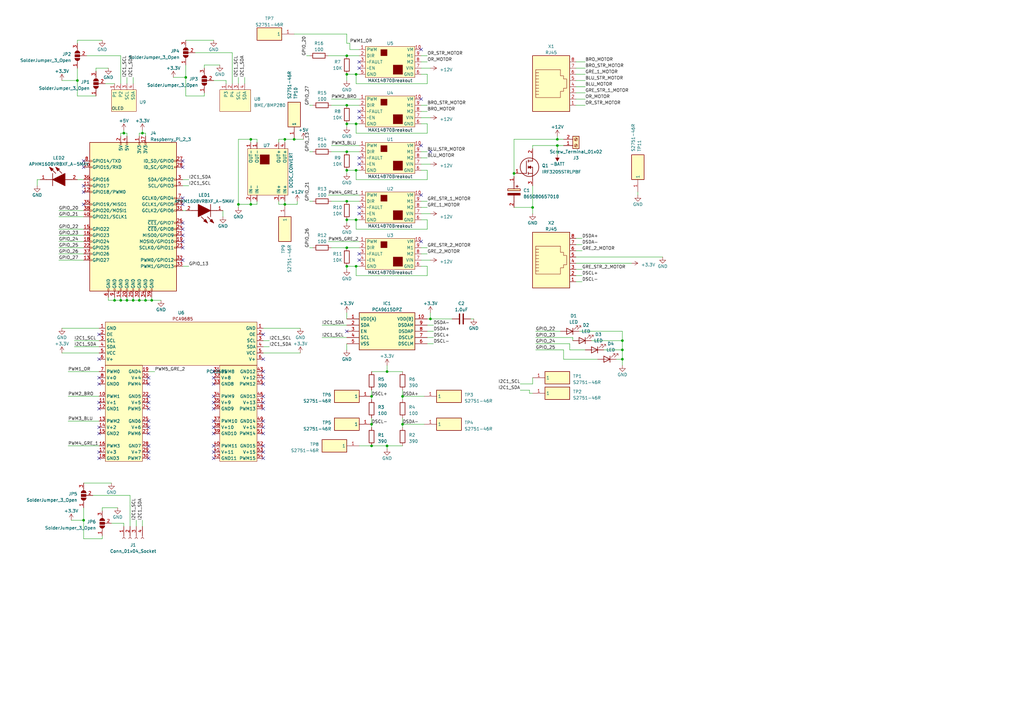
<source format=kicad_sch>
(kicad_sch (version 20230121) (generator eeschema)
  (paper "A3")
  (junction (at 142.24 90.17))
  (junction (at 152.4 162.56))
  (junction (at 228.6 57.15))
  (junction (at 57.15 123.19))
  (junction (at 142.24 69.85))
  (junction (at 152.4 182.88))
  (junction (at 49.53 123.19))
  (junction (at 165.1 173.99))
  (junction (at 58.42 54.61))
  (junction (at 146.05 109.22))
  (junction (at 158.75 182.88))
  (junction (at 142.24 30.48))
  (junction (at 59.69 123.19))
  (junction (at 142.24 101.6))
  (junction (at 255.27 139.7))
  (junction (at 146.05 90.17))
  (junction (at 34.29 213.36))
  (junction (at 62.23 123.19))
  (junction (at 210.82 71.12))
  (junction (at 255.27 143.51))
  (junction (at 46.99 123.19))
  (junction (at 116.84 57.15))
  (junction (at 142.24 82.55))
  (junction (at 120.65 57.15))
  (junction (at 31.75 33.02))
  (junction (at 142.24 50.8))
  (junction (at 142.24 43.18))
  (junction (at 97.79 83.82))
  (junction (at 54.61 123.19))
  (junction (at 152.4 173.99))
  (junction (at 50.8 54.61))
  (junction (at 76.2 31.75))
  (junction (at 142.24 22.86))
  (junction (at 142.24 109.22))
  (junction (at 255.27 147.32))
  (junction (at 146.05 50.8))
  (junction (at 176.53 130.81))
  (junction (at 228.6 59.69))
  (junction (at 165.1 162.56))
  (junction (at 102.87 83.82))
  (junction (at 158.75 152.4))
  (junction (at 52.07 123.19))
  (junction (at 142.24 62.23))
  (junction (at 116.84 83.82))
  (junction (at 218.44 85.09))
  (junction (at 146.05 69.85))
  (junction (at 146.05 30.48))
  (junction (at 102.87 57.15))
  (no_connect (at 40.64 154.94))
  (no_connect (at 147.32 25.4))
  (no_connect (at 87.63 187.96))
  (no_connect (at 34.29 66.04))
  (no_connect (at 87.63 185.42))
  (no_connect (at 34.29 76.2))
  (no_connect (at 107.95 182.88))
  (no_connect (at 142.24 135.89))
  (no_connect (at 40.64 157.48))
  (no_connect (at 147.32 27.94))
  (no_connect (at 34.29 68.58))
  (no_connect (at 107.95 162.56))
  (no_connect (at 172.72 40.64))
  (no_connect (at 74.93 106.68))
  (no_connect (at 60.96 172.72))
  (no_connect (at 107.95 185.42))
  (no_connect (at 60.96 177.8))
  (no_connect (at 87.63 154.94))
  (no_connect (at 34.29 78.74))
  (no_connect (at 40.64 187.96))
  (no_connect (at 147.32 106.68))
  (no_connect (at 74.93 83.82))
  (no_connect (at 74.93 99.06))
  (no_connect (at 34.29 83.82))
  (no_connect (at 176.53 62.23))
  (no_connect (at 107.95 175.26))
  (no_connect (at 147.32 64.77))
  (no_connect (at 172.72 99.06))
  (no_connect (at 107.95 172.72))
  (no_connect (at 40.64 177.8))
  (no_connect (at 87.63 177.8))
  (no_connect (at 74.93 68.58))
  (no_connect (at 107.95 165.1))
  (no_connect (at 147.32 67.31))
  (no_connect (at 40.64 165.1))
  (no_connect (at 107.95 167.64))
  (no_connect (at 40.64 175.26))
  (no_connect (at 147.32 45.72))
  (no_connect (at 87.63 167.64))
  (no_connect (at 87.63 157.48))
  (no_connect (at 74.93 101.6))
  (no_connect (at 74.93 91.44))
  (no_connect (at 172.72 20.32))
  (no_connect (at 87.63 172.72))
  (no_connect (at 74.93 96.52))
  (no_connect (at 40.64 185.42))
  (no_connect (at 40.64 147.32))
  (no_connect (at 87.63 182.88))
  (no_connect (at 60.96 165.1))
  (no_connect (at 107.95 154.94))
  (no_connect (at 107.95 157.48))
  (no_connect (at 107.95 137.16))
  (no_connect (at 87.63 152.4))
  (no_connect (at 60.96 157.48))
  (no_connect (at 87.63 175.26))
  (no_connect (at 87.63 165.1))
  (no_connect (at 107.95 187.96))
  (no_connect (at 60.96 175.26))
  (no_connect (at 172.72 59.69))
  (no_connect (at 74.93 93.98))
  (no_connect (at 107.95 177.8))
  (no_connect (at 60.96 187.96))
  (no_connect (at 107.95 147.32))
  (no_connect (at 147.32 85.09))
  (no_connect (at 87.63 162.56))
  (no_connect (at 147.32 104.14))
  (no_connect (at 40.64 167.64))
  (no_connect (at 147.32 87.63))
  (no_connect (at 60.96 167.64))
  (no_connect (at 60.96 162.56))
  (no_connect (at 40.64 137.16))
  (no_connect (at 172.72 80.01))
  (no_connect (at 74.93 81.28))
  (no_connect (at 60.96 154.94))
  (no_connect (at 74.93 66.04))
  (no_connect (at 107.95 152.4))
  (no_connect (at 60.96 185.42))
  (no_connect (at 147.32 48.26))
  (no_connect (at 60.96 182.88))
  (wire (pts (xy 236.22 40.64) (xy 240.03 40.64)))
  (wire (pts (xy 147.32 182.88) (xy 152.4 182.88)))
  (wire (pts (xy 172.72 25.4) (xy 175.26 25.4)))
  (wire (pts (xy 135.89 59.69) (xy 147.32 59.69)))
  (wire (pts (xy 158.75 182.88) (xy 165.1 182.88)))
  (wire (pts (xy 97.79 57.15) (xy 97.79 83.82)))
  (wire (pts (xy 165.1 162.56) (xy 165.1 163.83)))
  (wire (pts (xy 107.95 139.7) (xy 110.49 139.7)))
  (wire (pts (xy 213.36 157.48) (xy 218.44 157.48)))
  (wire (pts (xy 49.53 123.19) (xy 52.07 123.19)))
  (wire (pts (xy 175.26 109.22) (xy 175.26 113.03)))
  (wire (pts (xy 172.72 85.09) (xy 175.26 85.09)))
  (wire (pts (xy 219.71 140.97) (xy 233.68 140.97)))
  (wire (pts (xy 102.87 83.82) (xy 97.79 83.82)))
  (wire (pts (xy 49.53 121.92) (xy 49.53 123.19)))
  (wire (pts (xy 255.27 143.51) (xy 255.27 139.7)))
  (wire (pts (xy 146.05 34.29) (xy 146.05 30.48)))
  (wire (pts (xy 97.79 83.82) (xy 97.79 85.09)))
  (wire (pts (xy 74.93 76.2) (xy 77.47 76.2)))
  (wire (pts (xy 165.1 171.45) (xy 165.1 173.99)))
  (wire (pts (xy 53.34 203.2) (xy 38.1 203.2)))
  (wire (pts (xy 102.87 82.55) (xy 102.87 83.82)))
  (wire (pts (xy 142.24 109.22) (xy 146.05 109.22)))
  (wire (pts (xy 142.24 50.8) (xy 142.24 52.07)))
  (wire (pts (xy 236.22 105.41) (xy 271.78 105.41)))
  (wire (pts (xy 49.53 54.61) (xy 49.53 55.88)))
  (wire (pts (xy 127 62.23) (xy 128.27 62.23)))
  (wire (pts (xy 233.68 143.51) (xy 240.03 143.51)))
  (wire (pts (xy 100.33 31.75) (xy 100.33 34.29)))
  (wire (pts (xy 236.22 115.57) (xy 238.76 115.57)))
  (wire (pts (xy 236.22 30.48) (xy 240.03 30.48)))
  (wire (pts (xy 44.45 27.94) (xy 39.37 27.94)))
  (wire (pts (xy 25.4 134.62) (xy 40.64 134.62)))
  (wire (pts (xy 142.24 22.86) (xy 147.32 22.86)))
  (wire (pts (xy 50.8 53.34) (xy 50.8 54.61)))
  (wire (pts (xy 213.36 160.02) (xy 217.17 160.02)))
  (wire (pts (xy 116.84 83.82) (xy 121.92 83.82)))
  (wire (pts (xy 176.53 130.81) (xy 185.42 130.81)))
  (wire (pts (xy 46.99 121.92) (xy 46.99 123.19)))
  (wire (pts (xy 105.41 57.15) (xy 102.87 57.15)))
  (wire (pts (xy 175.26 90.17) (xy 175.26 93.98)))
  (wire (pts (xy 218.44 59.69) (xy 228.6 59.69)))
  (wire (pts (xy 30.48 139.7) (xy 40.64 139.7)))
  (wire (pts (xy 46.99 34.29) (xy 43.18 34.29)))
  (wire (pts (xy 95.25 21.59) (xy 80.01 21.59)))
  (wire (pts (xy 210.82 57.15) (xy 228.6 57.15)))
  (wire (pts (xy 24.13 101.6) (xy 34.29 101.6)))
  (wire (pts (xy 58.42 213.36) (xy 58.42 215.9)))
  (wire (pts (xy 52.07 31.75) (xy 52.07 34.29)))
  (wire (pts (xy 146.05 30.48) (xy 147.32 30.48)))
  (wire (pts (xy 231.14 59.69) (xy 228.6 59.69)))
  (wire (pts (xy 236.22 102.87) (xy 238.76 102.87)))
  (wire (pts (xy 50.8 214.63) (xy 50.8 215.9)))
  (wire (pts (xy 34.29 198.12) (xy 45.72 198.12)))
  (wire (pts (xy 24.13 88.9) (xy 34.29 88.9)))
  (wire (pts (xy 158.75 152.4) (xy 165.1 152.4)))
  (wire (pts (xy 152.4 171.45) (xy 152.4 173.99)))
  (wire (pts (xy 152.4 162.56) (xy 152.4 163.83)))
  (wire (pts (xy 24.13 106.68) (xy 34.29 106.68)))
  (wire (pts (xy 31.75 39.37) (xy 39.37 39.37)))
  (wire (pts (xy 175.26 133.35) (xy 177.8 133.35)))
  (wire (pts (xy 27.94 152.4) (xy 40.64 152.4)))
  (wire (pts (xy 142.24 109.22) (xy 142.24 110.49)))
  (wire (pts (xy 116.84 82.55) (xy 116.84 83.82)))
  (wire (pts (xy 102.87 57.15) (xy 97.79 57.15)))
  (wire (pts (xy 15.24 73.66) (xy 15.24 76.2)))
  (wire (pts (xy 34.29 220.98) (xy 41.91 220.98)))
  (wire (pts (xy 62.23 121.92) (xy 62.23 123.19)))
  (wire (pts (xy 132.08 138.43) (xy 142.24 138.43)))
  (wire (pts (xy 228.6 57.15) (xy 231.14 57.15)))
  (wire (pts (xy 158.75 152.4) (xy 158.75 149.86)))
  (wire (pts (xy 231.14 143.51) (xy 231.14 147.32)))
  (wire (pts (xy 172.72 101.6) (xy 175.26 101.6)))
  (wire (pts (xy 142.24 17.78) (xy 143.51 17.78)))
  (wire (pts (xy 90.17 26.67) (xy 83.82 26.67)))
  (wire (pts (xy 76.2 16.51) (xy 87.63 16.51)))
  (wire (pts (xy 236.22 33.02) (xy 240.03 33.02)))
  (wire (pts (xy 55.88 213.36) (xy 55.88 215.9)))
  (wire (pts (xy 146.05 93.98) (xy 146.05 90.17)))
  (wire (pts (xy 142.24 13.97) (xy 120.65 13.97)))
  (wire (pts (xy 31.75 73.66) (xy 34.29 73.66)))
  (wire (pts (xy 24.13 93.98) (xy 34.29 93.98)))
  (wire (pts (xy 24.13 99.06) (xy 34.29 99.06)))
  (wire (pts (xy 175.26 73.66) (xy 146.05 73.66)))
  (wire (pts (xy 50.8 54.61) (xy 49.53 54.61)))
  (wire (pts (xy 31.75 16.51) (xy 41.91 16.51)))
  (wire (pts (xy 52.07 123.19) (xy 54.61 123.19)))
  (wire (pts (xy 114.3 58.42) (xy 114.3 57.15)))
  (wire (pts (xy 24.13 86.36) (xy 34.29 86.36)))
  (wire (pts (xy 92.71 33.02) (xy 92.71 34.29)))
  (wire (pts (xy 236.22 35.56) (xy 240.03 35.56)))
  (wire (pts (xy 172.72 27.94) (xy 176.53 27.94)))
  (wire (pts (xy 132.08 133.35) (xy 142.24 133.35)))
  (wire (pts (xy 25.4 33.02) (xy 31.75 33.02)))
  (wire (pts (xy 107.95 142.24) (xy 110.49 142.24)))
  (wire (pts (xy 146.05 113.03) (xy 146.05 109.22)))
  (wire (pts (xy 57.15 54.61) (xy 58.42 54.61)))
  (wire (pts (xy 142.24 69.85) (xy 146.05 69.85)))
  (wire (pts (xy 228.6 55.88) (xy 228.6 57.15)))
  (wire (pts (xy 34.29 208.28) (xy 34.29 213.36)))
  (wire (pts (xy 172.72 82.55) (xy 175.26 82.55)))
  (wire (pts (xy 41.91 220.98) (xy 41.91 219.71)))
  (wire (pts (xy 142.24 62.23) (xy 147.32 62.23)))
  (wire (pts (xy 255.27 139.7) (xy 255.27 135.89)))
  (wire (pts (xy 24.13 104.14) (xy 34.29 104.14)))
  (wire (pts (xy 27.94 182.88) (xy 40.64 182.88)))
  (wire (pts (xy 218.44 76.2) (xy 218.44 85.09)))
  (wire (pts (xy 176.53 128.27) (xy 176.53 130.81)))
  (wire (pts (xy 219.71 135.89) (xy 229.87 135.89)))
  (wire (pts (xy 261.62 78.74) (xy 261.62 80.01)))
  (wire (pts (xy 59.69 55.88) (xy 59.69 54.61)))
  (wire (pts (xy 59.69 54.61) (xy 58.42 54.61)))
  (wire (pts (xy 172.72 109.22) (xy 175.26 109.22)))
  (wire (pts (xy 172.72 62.23) (xy 175.26 62.23)))
  (wire (pts (xy 29.21 213.36) (xy 34.29 213.36)))
  (wire (pts (xy 218.44 85.09) (xy 218.44 87.63)))
  (wire (pts (xy 123.19 134.62) (xy 107.95 134.62)))
  (wire (pts (xy 134.62 22.86) (xy 142.24 22.86)))
  (wire (pts (xy 39.37 27.94) (xy 39.37 29.21)))
  (wire (pts (xy 146.05 69.85) (xy 147.32 69.85)))
  (wire (pts (xy 219.71 143.51) (xy 231.14 143.51)))
  (wire (pts (xy 60.96 152.4) (xy 63.5 152.4)))
  (wire (pts (xy 25.4 144.78) (xy 40.64 144.78)))
  (wire (pts (xy 242.57 139.7) (xy 255.27 139.7)))
  (wire (pts (xy 252.73 147.32) (xy 255.27 147.32)))
  (wire (pts (xy 172.72 90.17) (xy 175.26 90.17)))
  (wire (pts (xy 172.72 43.18) (xy 175.26 43.18)))
  (wire (pts (xy 48.26 208.28) (xy 41.91 208.28)))
  (wire (pts (xy 31.75 27.94) (xy 31.75 33.02)))
  (wire (pts (xy 52.07 54.61) (xy 50.8 54.61)))
  (wire (pts (xy 236.22 27.94) (xy 240.03 27.94)))
  (wire (pts (xy 74.93 73.66) (xy 77.47 73.66)))
  (wire (pts (xy 128.27 101.6) (xy 127 101.6)))
  (wire (pts (xy 74.93 86.36) (xy 76.2 86.36)))
  (wire (pts (xy 146.05 73.66) (xy 146.05 69.85)))
  (wire (pts (xy 58.42 54.61) (xy 58.42 53.34)))
  (wire (pts (xy 27.94 162.56) (xy 40.64 162.56)))
  (wire (pts (xy 175.26 34.29) (xy 146.05 34.29)))
  (wire (pts (xy 59.69 123.19) (xy 62.23 123.19)))
  (wire (pts (xy 233.68 140.97) (xy 233.68 143.51)))
  (wire (pts (xy 127 43.18) (xy 128.27 43.18)))
  (wire (pts (xy 46.99 123.19) (xy 49.53 123.19)))
  (wire (pts (xy 76.2 31.75) (xy 76.2 39.37)))
  (wire (pts (xy 142.24 90.17) (xy 146.05 90.17)))
  (wire (pts (xy 57.15 55.88) (xy 57.15 54.61)))
  (wire (pts (xy 76.2 39.37) (xy 83.82 39.37)))
  (wire (pts (xy 247.65 143.51) (xy 255.27 143.51)))
  (wire (pts (xy 236.22 107.95) (xy 259.08 107.95)))
  (wire (pts (xy 173.99 173.99) (xy 165.1 173.99)))
  (wire (pts (xy 87.63 33.02) (xy 92.71 33.02)))
  (wire (pts (xy 217.17 160.02) (xy 217.17 161.29)))
  (wire (pts (xy 142.24 43.18) (xy 147.32 43.18)))
  (wire (pts (xy 172.72 64.77) (xy 175.26 64.77)))
  (wire (pts (xy 219.71 138.43) (xy 234.95 138.43)))
  (wire (pts (xy 31.75 33.02) (xy 31.75 39.37)))
  (wire (pts (xy 193.04 130.81) (xy 194.31 130.81)))
  (wire (pts (xy 152.4 152.4) (xy 158.75 152.4)))
  (wire (pts (xy 172.72 87.63) (xy 176.53 87.63)))
  (wire (pts (xy 54.61 123.19) (xy 57.15 123.19)))
  (wire (pts (xy 172.72 69.85) (xy 175.26 69.85)))
  (wire (pts (xy 255.27 147.32) (xy 255.27 143.51)))
  (wire (pts (xy 236.22 97.79) (xy 238.76 97.79)))
  (wire (pts (xy 142.24 17.78) (xy 142.24 13.97)))
  (wire (pts (xy 175.26 140.97) (xy 177.8 140.97)))
  (wire (pts (xy 31.75 17.78) (xy 31.75 16.51)))
  (wire (pts (xy 114.3 82.55) (xy 114.3 83.82)))
  (wire (pts (xy 135.89 43.18) (xy 142.24 43.18)))
  (wire (pts (xy 105.41 82.55) (xy 105.41 83.82)))
  (wire (pts (xy 236.22 25.4) (xy 240.03 25.4)))
  (wire (pts (xy 175.26 138.43) (xy 177.8 138.43)))
  (wire (pts (xy 34.29 213.36) (xy 34.29 220.98)))
  (wire (pts (xy 53.34 215.9) (xy 53.34 203.2)))
  (wire (pts (xy 30.48 142.24) (xy 40.64 142.24)))
  (wire (pts (xy 218.44 157.48) (xy 218.44 154.94)))
  (wire (pts (xy 175.26 69.85) (xy 175.26 73.66)))
  (wire (pts (xy 91.44 86.36) (xy 91.44 88.9)))
  (wire (pts (xy 210.82 57.15) (xy 210.82 71.12)))
  (wire (pts (xy 142.24 128.27) (xy 142.24 130.81)))
  (wire (pts (xy 45.72 214.63) (xy 50.8 214.63)))
  (wire (pts (xy 146.05 109.22) (xy 147.32 109.22)))
  (wire (pts (xy 135.89 101.6) (xy 142.24 101.6)))
  (wire (pts (xy 120.65 57.15) (xy 124.46 57.15)))
  (wire (pts (xy 142.24 69.85) (xy 142.24 71.12)))
  (wire (pts (xy 121.92 83.82) (xy 121.92 82.55)))
  (wire (pts (xy 44.45 123.19) (xy 46.99 123.19)))
  (wire (pts (xy 52.07 55.88) (xy 52.07 54.61)))
  (wire (pts (xy 83.82 26.67) (xy 83.82 27.94)))
  (wire (pts (xy 49.53 34.29) (xy 49.53 22.86)))
  (wire (pts (xy 142.24 101.6) (xy 147.32 101.6)))
  (wire (pts (xy 255.27 135.89) (xy 237.49 135.89)))
  (wire (pts (xy 175.26 93.98) (xy 146.05 93.98)))
  (wire (pts (xy 76.2 26.67) (xy 76.2 31.75)))
  (wire (pts (xy 97.79 31.75) (xy 97.79 34.29)))
  (wire (pts (xy 172.72 104.14) (xy 175.26 104.14)))
  (wire (pts (xy 116.84 57.15) (xy 116.84 58.42)))
  (wire (pts (xy 59.69 121.92) (xy 59.69 123.19)))
  (wire (pts (xy 27.94 172.72) (xy 40.64 172.72)))
  (wire (pts (xy 142.24 82.55) (xy 147.32 82.55)))
  (wire (pts (xy 127 82.55) (xy 128.27 82.55)))
  (wire (pts (xy 142.24 50.8) (xy 146.05 50.8)))
  (wire (pts (xy 175.26 50.8) (xy 175.26 54.61)))
  (wire (pts (xy 24.13 96.52) (xy 34.29 96.52)))
  (wire (pts (xy 135.89 40.64) (xy 147.32 40.64)))
  (wire (pts (xy 173.99 162.56) (xy 165.1 162.56)))
  (wire (pts (xy 236.22 110.49) (xy 238.76 110.49)))
  (wire (pts (xy 54.61 121.92) (xy 54.61 123.19)))
  (wire (pts (xy 114.3 83.82) (xy 116.84 83.82)))
  (wire (pts (xy 152.4 182.88) (xy 158.75 182.88)))
  (wire (pts (xy 152.4 160.02) (xy 152.4 162.56)))
  (wire (pts (xy 210.82 71.12) (xy 210.82 72.39)))
  (wire (pts (xy 172.72 50.8) (xy 175.26 50.8)))
  (wire (pts (xy 105.41 58.42) (xy 105.41 57.15)))
  (wire (pts (xy 143.51 20.32) (xy 147.32 20.32)))
  (wire (pts (xy 175.26 54.61) (xy 146.05 54.61)))
  (wire (pts (xy 172.72 22.86) (xy 175.26 22.86)))
  (wire (pts (xy 143.51 17.78) (xy 143.51 20.32)))
  (wire (pts (xy 210.82 85.09) (xy 218.44 85.09)))
  (wire (pts (xy 175.26 113.03) (xy 146.05 113.03)))
  (wire (pts (xy 175.26 135.89) (xy 177.8 135.89)))
  (wire (pts (xy 175.26 30.48) (xy 175.26 34.29)))
  (wire (pts (xy 172.72 67.31) (xy 176.53 67.31)))
  (wire (pts (xy 134.62 80.01) (xy 147.32 80.01)))
  (wire (pts (xy 135.89 82.55) (xy 142.24 82.55)))
  (wire (pts (xy 255.27 149.86) (xy 255.27 147.32)))
  (wire (pts (xy 114.3 57.15) (xy 116.84 57.15)))
  (wire (pts (xy 142.24 30.48) (xy 146.05 30.48)))
  (wire (pts (xy 105.41 83.82) (xy 102.87 83.82)))
  (wire (pts (xy 228.6 59.69) (xy 228.6 63.5)))
  (wire (pts (xy 71.12 31.75) (xy 76.2 31.75)))
  (wire (pts (xy 125.73 22.86) (xy 127 22.86)))
  (wire (pts (xy 146.05 90.17) (xy 147.32 90.17)))
  (wire (pts (xy 142.24 30.48) (xy 142.24 33.02)))
  (wire (pts (xy 62.23 123.19) (xy 66.04 123.19)))
  (wire (pts (xy 16.51 73.66) (xy 15.24 73.66)))
  (wire (pts (xy 49.53 22.86) (xy 35.56 22.86)))
  (wire (pts (xy 231.14 147.32) (xy 245.11 147.32)))
  (wire (pts (xy 95.25 34.29) (xy 95.25 21.59)))
  (wire (pts (xy 74.93 109.22) (xy 77.47 109.22)))
  (wire (pts (xy 172.72 106.68) (xy 176.53 106.68)))
  (wire (pts (xy 44.45 121.92) (xy 44.45 123.19)))
  (wire (pts (xy 57.15 123.19) (xy 59.69 123.19)))
  (wire (pts (xy 152.4 173.99) (xy 152.4 175.26)))
  (wire (pts (xy 146.05 54.61) (xy 146.05 50.8)))
  (wire (pts (xy 135.89 62.23) (xy 142.24 62.23)))
  (wire (pts (xy 165.1 160.02) (xy 165.1 162.56)))
  (wire (pts (xy 83.82 39.37) (xy 83.82 38.1)))
  (wire (pts (xy 236.22 43.18) (xy 240.03 43.18)))
  (wire (pts (xy 57.15 121.92) (xy 57.15 123.19)))
  (wire (pts (xy 52.07 121.92) (xy 52.07 123.19)))
  (wire (pts (xy 236.22 38.1) (xy 240.03 38.1)))
  (wire (pts (xy 236.22 100.33) (xy 238.76 100.33)))
  (wire (pts (xy 123.19 144.78) (xy 107.95 144.78)))
  (wire (pts (xy 146.05 50.8) (xy 147.32 50.8)))
  (wire (pts (xy 165.1 173.99) (xy 165.1 175.26)))
  (wire (pts (xy 142.24 140.97) (xy 142.24 143.51)))
  (wire (pts (xy 217.17 161.29) (xy 218.44 161.29)))
  (wire (pts (xy 41.91 208.28) (xy 41.91 209.55)))
  (wire (pts (xy 102.87 57.15) (xy 102.87 58.42)))
  (wire (pts (xy 175.26 130.81) (xy 176.53 130.81)))
  (wire (pts (xy 54.61 31.75) (xy 54.61 34.29)))
  (wire (pts (xy 172.72 45.72) (xy 175.26 45.72)))
  (wire (pts (xy 134.62 99.06) (xy 147.32 99.06)))
  (wire (pts (xy 172.72 48.26) (xy 176.53 48.26)))
  (wire (pts (xy 158.75 182.88) (xy 158.75 184.15)))
  (wire (pts (xy 218.44 60.96) (xy 218.44 59.69)))
  (wire (pts (xy 172.72 30.48) (xy 175.26 30.48)))
  (wire (pts (xy 236.22 113.03) (xy 238.76 113.03)))
  (wire (pts (xy 142.24 90.17) (xy 142.24 91.44)))
  (wire (pts (xy 234.95 138.43) (xy 234.95 139.7)))
  (wire (pts (xy 120.65 57.15) (xy 116.84 57.15)))
  (label "I2C1_SCL" (at 30.48 139.7 0))
  (label "I2C1_SDA" (at 54.61 31.75 90))
  (label "GRE_1_MOTOR" (at 240.03 30.48 0))
  (label "BLU_MOTOR" (at 175.26 64.77 0))
  (label "I2C1_SCL" (at 213.36 157.48 180))
  (label "OR_STR_MOTOR" (at 240.03 43.18 0))
  (label "GPIO_25" (at 219.71 143.51 0))
  (label "PWM4_GRE_1" (at 27.94 182.88 0))
  (label "GPIO_20" (at 125.73 22.86 90))
  (label "I2C1_SCL" (at 55.88 213.36 90))
  (label "PWM3_BLU" (at 27.94 172.72 0))
  (label "DSDA-" (at 177.8 133.35 0))
  (label "DSCL+" (at 152.4 162.56 0))
  (label "GPIO_21" (at 127 82.55 90))
  (label "I2C1_SDA" (at 110.49 142.24 0))
  (label "GRE_1_MOTOR" (at 175.26 85.09 0))
  (label "GPIO_23" (at 219.71 138.43 0))
  (label "BLU_STR_MOTOR" (at 240.03 33.02 0))
  (label "GRE_2_MOTOR" (at 175.26 104.14 0))
  (label "BLU_MOTOR" (at 240.03 35.56 0))
  (label "BRO_MOTOR" (at 240.03 25.4 0))
  (label "PWM4_GRE_1" (at 134.62 80.01 0))
  (label "GRE_STR_2_MOTOR" (at 175.26 101.6 0))
  (label "GRE_2_MOTOR" (at 238.76 102.87 0))
  (label "PWM3_BLU" (at 135.89 59.69 0))
  (label "I2C1_SDA" (at 132.08 133.35 0))
  (label "DSDA-" (at 165.1 173.99 0))
  (label "GPIO_22" (at 219.71 135.89 0))
  (label "DSDA-" (at 238.76 100.33 0))
  (label "GRE_STR_1_MOTOR" (at 175.26 82.55 0))
  (label "DSCL+" (at 238.76 113.03 0))
  (label "OR_MOTOR" (at 240.03 40.64 0))
  (label "I2C1_SDA" (at 213.36 160.02 180))
  (label "GPIO_13" (at 77.47 109.22 0))
  (label "DSCL-" (at 152.4 173.99 0))
  (label "GPIO_27" (at 24.13 106.68 0))
  (label "GPIO_26" (at 127 101.6 90))
  (label "DSDA+" (at 238.76 97.79 0))
  (label "DSDA+" (at 165.1 162.56 0))
  (label "I2C1_SCL" (at 52.07 31.75 90))
  (label "GPIO_13" (at 127 62.23 90))
  (label "OR_STR_MOTOR" (at 175.26 22.86 0))
  (label "GRE_STR_1_MOTOR" (at 240.03 38.1 0))
  (label "DSCL+" (at 177.8 138.43 0))
  (label "GRE_STR_2_MOTOR" (at 238.76 110.49 0))
  (label "I2C1_SCL" (at 77.47 76.2 0))
  (label "I2C1_SCL" (at 97.79 31.75 90))
  (label "PWM2_BRO" (at 27.94 162.56 0))
  (label "GPIO_26" (at 24.13 104.14 0))
  (label "BRO_MOTOR" (at 175.26 45.72 0))
  (label "PWM1_OR" (at 143.51 17.78 0))
  (label "PWM2_BRO" (at 135.89 40.64 0))
  (label "PWM5_GRE_2" (at 134.62 99.06 0))
  (label "I2C1_SDA" (at 77.47 73.66 0))
  (label "GPIO_22" (at 24.13 93.98 0))
  (label "BRO_STR_MOTOR" (at 175.26 43.18 0))
  (label "BRO_STR_MOTOR" (at 240.03 27.94 0))
  (label "GPIO_23" (at 24.13 96.52 0))
  (label "GPIO_20" (at 24.13 86.36 0))
  (label "GPIO_25" (at 24.13 101.6 0))
  (label "GPIO_21" (at 24.13 88.9 0))
  (label "GPIO_24" (at 24.13 99.06 0))
  (label "GPIO_24" (at 219.71 140.97 0))
  (label "PWM5_GRE_2" (at 63.5 152.4 0))
  (label "OR_MOTOR" (at 175.26 25.4 0))
  (label "DSCL-" (at 238.76 115.57 0))
  (label "I2C1_SDA" (at 58.42 213.36 90))
  (label "DSCL-" (at 177.8 140.97 0))
  (label "DSDA+" (at 177.8 135.89 0))
  (label "PWM1_OR" (at 27.94 152.4 0))
  (label "GPIO_27" (at 127 43.18 90))
  (label "I2C1_SDA" (at 100.33 31.75 90))
  (label "I2C1_SCL" (at 110.49 139.7 0))
  (label "BLU_STR_MOTOR" (at 175.26 62.23 0))
  (label "I2C1_SCL" (at 132.08 138.43 0))
  (label "I2C1_SDA" (at 30.48 142.24 0))
  (symbol (lib_id "SamacSys_Parts:S2751-46R") (at 173.99 173.99 0) (unit 1)
    (property "Reference" "TP4" (at 190.5 173.355 0) (effects (justify left)))
    (property "Value" "S2751-46R" (at 190.5 175.895 0) (effects (justify left)))
    (property "Footprint" "SamacSys_Parts:S275146R" (effects hide))
    (property "Datasheet" "https://cdn.harwin.com/pdfs/S2751R.pdf" (effects hide))
    (property "Height" "1.5" (effects hide))
    (property "Mouser Part Number" "855-S2751-46R" (effects hide))
    (property "Mouser Price/Stock" "https://www.mouser.co.uk/ProductDetail/Harwin/S2751-46R?qs=DaxoyN%2FvrebM3VuuS3MPNA%3D%3D" (effects hide))
    (property "Manufacturer_Name" "Harwin" (effects hide))
    (property "Manufacturer_Part_Number" "S2751-46R" (effects hide))
  )
  (symbol (lib_id "power:GND") (at 45.72 198.12 0) (unit 1)
    (property "Reference" "#PWR042" (effects hide))
    (property "Value" "GND" (at 45.72 201.93 0))
  )
  (symbol (lib_id "power:GND") (at 25.4 134.62 0) (unit 1)
    (property "Reference" "#PWR022" (effects hide))
    (property "Value" "GND" (at 25.4 138.43 0))
  )
  (symbol (lib_id "power:GND") (at 261.62 80.01 0) (unit 1)
    (property "Reference" "#PWR041" (effects hide))
    (property "Value" "GND" (at 261.62 83.82 0))
  )
  (symbol (lib_id "Device:R") (at 142.24 26.67 180) (unit 1)
    (property "Reference" "R7" (at 138.43 25.4 0))
    (property "Value" "10K" (at 138.43 27.94 0))
    (property "Footprint" "Resistor_SMD:R_1206_3216Metric_Pad1.30x1.75mm_HandSolder" (effects hide))
  )
  (symbol (lib_id "power:GND") (at 123.19 134.62 0) (mirror y) (unit 1)
    (property "Reference" "#PWR024" (effects hide))
    (property "Value" "GND" (at 123.19 138.43 0))
  )
  (symbol (lib_id "power:+12V") (at 176.53 106.68 270) (unit 1)
    (property "Reference" "#PWR016" (effects hide))
    (property "Value" "+12V" (at 180.34 107.315 90) (effects (justify left)))
  )
  (symbol (lib_id "UTAP_Component_Library:MAX14870Breakout") (at 160.02 85.09 0) (unit 1)
    (property "Reference" "U2" (at 160.02 77.47 0))
    (property "Value" "MAX14870Breakout" (at 160.02 92.71 0))
    (property "Footprint" "UTAP_Component_Library:MAX14870Breakout" (effects hide))
  )
  (symbol (lib_id "Device:C") (at 189.23 130.81 90) (unit 1)
    (property "Reference" "C2" (at 189.23 124.46 90))
    (property "Value" "1.0uF" (at 189.23 127 90))
    (property "Footprint" "Capacitor_SMD:C_0402_1005Metric_Pad0.74x0.62mm_HandSolder" (effects hide))
  )
  (symbol (lib_id "SamacSys_Parts:IRF3205STRLPBF") (at 210.82 71.12 0) (unit 1)
    (property "Reference" "Q1" (at 222.25 67.945 0) (effects (justify left)))
    (property "Value" "IRF3205STRLPBF" (at 222.25 70.485 0) (effects (justify left)))
    (property "Footprint" "SamacSys_Parts:IRF3205STRLPBF" (effects hide))
    (property "Datasheet" "https://www.infineon.com/dgdl/Infineon-IRF3205S-DataSheet-v01_01-EN.pdf?fileId=5546d462533600a4015355defac9190c" (effects hide))
    (property "Height" "4.957" (effects hide))
    (property "Manufacturer_Name" "Infineon" (effects hide))
    (property "Manufacturer_Part_Number" "IRF3205STRLPBF" (effects hide))
    (property "Mouser Part Number" "942-IRF3205STRLPBF" (effects hide))
    (property "Mouser Price/Stock" "https://www.mouser.co.uk/ProductDetail/Infineon-Technologies/IRF3205STRLPBF?qs=2r01AXMCG3M9v8rmoiZeMQ%3D%3D" (effects hide))
    (property "Arrow Part Number" "IRF3205STRLPBF" (effects hide))
    (property "Arrow Price/Stock" "https://www.arrow.com/en/products/irf3205strlpbf/infineon-technologies-ag?region=nac" (effects hide))
  )
  (symbol (lib_id "SamacSys_Parts:S2751-46R") (at 120.65 13.97 180) (unit 1)
    (property "Reference" "TP7" (at 110.49 7.62 0))
    (property "Value" "S2751-46R" (at 110.49 10.16 0))
    (property "Footprint" "SamacSys_Parts:S275146R" (effects hide))
    (property "Datasheet" "https://cdn.harwin.com/pdfs/S2751R.pdf" (effects hide))
    (property "Height" "1.5" (effects hide))
    (property "Mouser Part Number" "855-S2751-46R" (effects hide))
    (property "Mouser Price/Stock" "https://www.mouser.co.uk/ProductDetail/Harwin/S2751-46R?qs=DaxoyN%2FvrebM3VuuS3MPNA%3D%3D" (effects hide))
    (property "Manufacturer_Name" "Harwin" (effects hide))
    (property "Manufacturer_Part_Number" "S2751-46R" (effects hide))
  )
  (symbol (lib_id "UTAP_Component_Library:DCDC_Convert") (at 110.49 69.85 0) (unit 1)
    (property "Reference" "U7" (at 107.95 59.69 0) (effects (justify left)))
    (property "Value" "DCDC_CONVERT" (at 119.38 69.85 90))
    (property "Footprint" "UTAP_Component_Library:DCDC_CONVERT" (effects hide))
  )
  (symbol (lib_id "Device:R") (at 142.24 86.36 180) (unit 1)
    (property "Reference" "R10" (at 138.43 85.09 0))
    (property "Value" "10K" (at 138.43 87.63 0))
    (property "Footprint" "Resistor_SMD:R_1206_3216Metric_Pad1.30x1.75mm_HandSolder" (effects hide))
  )
  (symbol (lib_id "power:GND") (at 44.45 27.94 0) (unit 1)
    (property "Reference" "#PWR01" (effects hide))
    (property "Value" "GND" (at 44.45 31.75 0))
  )
  (symbol (lib_id "Connector:Conn_01x04_Socket") (at 53.34 220.98 90) (mirror x) (unit 1)
    (property "Reference" "J1" (at 54.61 223.52 90))
    (property "Value" "Conn_01x04_Socket" (at 54.61 226.06 90))
    (property "Footprint" "Connector_PinHeader_2.54mm:PinHeader_1x04_P2.54mm_Vertical" (effects hide))
  )
  (symbol (lib_id "Connector:Raspberry_Pi_2_3") (at 54.61 88.9 0) (unit 1)
    (property "Reference" "J4" (at 61.6459 54.61 0) (effects (justify left)))
    (property "Value" "Raspberry_Pi_2_3" (at 61.6459 57.15 0) (effects (justify left)))
    (property "Footprint" "Connector_PinSocket_2.54mm:PinSocket_2x20_P2.54mm_Vertical" (effects hide))
    (property "Datasheet" "https://www.raspberrypi.org/documentation/hardware/raspberrypi/schematics/rpi_SCH_3bplus_1p0_reduced.pdf" (effects hide))
  )
  (symbol (lib_id "SamacSys_Parts:S2751-46R") (at 120.65 57.15 270) (mirror x) (unit 1)
    (property "Reference" "TP10" (at 121.285 40.64 0) (effects (justify left)))
    (property "Value" "S2751-46R" (at 118.745 40.64 0) (effects (justify left)))
    (property "Footprint" "SamacSys_Parts:S275146R" (effects hide))
    (property "Datasheet" "https://cdn.harwin.com/pdfs/S2751R.pdf" (effects hide))
    (property "Height" "1.5" (effects hide))
    (property "Mouser Part Number" "855-S2751-46R" (effects hide))
    (property "Mouser Price/Stock" "https://www.mouser.co.uk/ProductDetail/Harwin/S2751-46R?qs=DaxoyN%2FvrebM3VuuS3MPNA%3D%3D" (effects hide))
    (property "Manufacturer_Name" "Harwin" (effects hide))
    (property "Manufacturer_Part_Number" "S2751-46R" (effects hide))
  )
  (symbol (lib_id "power:-BATT") (at 228.6 63.5 180) (unit 1)
    (property "Reference" "#PWR037" (effects hide))
    (property "Value" "-BATT" (at 228.6 67.31 0))
  )
  (symbol (lib_id "SamacSys_Parts:APHM1608VRBXF_A-5MAV") (at 16.51 73.66 0) (unit 1)
    (property "Reference" "LED2" (at 24.13 64.77 0))
    (property "Value" "APHM1608VRBXF_A-5MAV" (at 24.13 67.31 0))
    (property "Footprint" "SamacSys_Parts:LEDC1608X45N" (effects hide))
    (property "Datasheet" "http://www.kingbrightusa.com/images/catalog/SPEC/APHM1608VRBXF-A-5MAV.pdf" (effects hide))
    (property "Height" "0.45" (effects hide))
    (property "Mouser Part Number" "604-APHM1608VRBX5MAV" (effects hide))
    (property "Mouser Price/Stock" "https://www.mouser.co.uk/ProductDetail/Kingbright/APHM1608VRBXF-A-5MAV?qs=xhbEVWpZdWf%252B6WobRTAatw%3D%3D" (effects hide))
    (property "Manufacturer_Name" "Kingbright" (effects hide))
    (property "Manufacturer_Part_Number" "APHM1608VRBXF/A-5MAV" (effects hide))
  )
  (symbol (lib_id "Device:R") (at 132.08 43.18 90) (unit 1)
    (property "Reference" "R15" (at 132.08 38.1 90))
    (property "Value" "100" (at 132.08 40.64 90))
    (property "Footprint" "Resistor_SMD:R_1206_3216Metric_Pad1.30x1.75mm_HandSolder" (effects hide))
  )
  (symbol (lib_id "power:+3.3V") (at 158.75 149.86 0) (unit 1)
    (property "Reference" "#PWR027" (effects hide))
    (property "Value" "+3.3V" (at 158.75 146.05 0))
  )
  (symbol (lib_id "SamacSys_Parts:S2751-46R") (at 218.44 154.94 0) (unit 1)
    (property "Reference" "TP1" (at 234.95 154.305 0) (effects (justify left)))
    (property "Value" "S2751-46R" (at 234.95 156.845 0) (effects (justify left)))
    (property "Footprint" "SamacSys_Parts:S275146R" (effects hide))
    (property "Datasheet" "https://cdn.harwin.com/pdfs/S2751R.pdf" (effects hide))
    (property "Height" "1.5" (effects hide))
    (property "Mouser Part Number" "855-S2751-46R" (effects hide))
    (property "Mouser Price/Stock" "https://www.mouser.co.uk/ProductDetail/Harwin/S2751-46R?qs=DaxoyN%2FvrebM3VuuS3MPNA%3D%3D" (effects hide))
    (property "Manufacturer_Name" "Harwin" (effects hide))
    (property "Manufacturer_Part_Number" "S2751-46R" (effects hide))
  )
  (symbol (lib_id "power:GND") (at 142.24 91.44 0) (unit 1)
    (property "Reference" "#PWR08" (effects hide))
    (property "Value" "GND" (at 142.24 95.25 0))
  )
  (symbol (lib_id "power:+3.3V") (at 58.42 53.34 0) (unit 1)
    (property "Reference" "#PWR035" (effects hide))
    (property "Value" "+3.3V" (at 58.42 49.53 0))
  )
  (symbol (lib_id "UTAP_Component_Library:MAX14870Breakout") (at 160.02 64.77 0) (unit 1)
    (property "Reference" "U1" (at 160.02 57.15 0))
    (property "Value" "MAX14870Breakout" (at 160.02 72.39 0))
    (property "Footprint" "UTAP_Component_Library:MAX14870Breakout" (effects hide))
  )
  (symbol (lib_id "SamacSys_Parts:S2751-46R") (at 173.99 162.56 0) (unit 1)
    (property "Reference" "TP3" (at 190.5 161.925 0) (effects (justify left)))
    (property "Value" "S2751-46R" (at 190.5 164.465 0) (effects (justify left)))
    (property "Footprint" "SamacSys_Parts:S275146R" (effects hide))
    (property "Datasheet" "https://cdn.harwin.com/pdfs/S2751R.pdf" (effects hide))
    (property "Height" "1.5" (effects hide))
    (property "Mouser Part Number" "855-S2751-46R" (effects hide))
    (property "Mouser Price/Stock" "https://www.mouser.co.uk/ProductDetail/Harwin/S2751-46R?qs=DaxoyN%2FvrebM3VuuS3MPNA%3D%3D" (effects hide))
    (property "Manufacturer_Name" "Harwin" (effects hide))
    (property "Manufacturer_Part_Number" "S2751-46R" (effects hide))
  )
  (symbol (lib_id "Connector:RJ45") (at 226.06 35.56 0) (unit 1)
    (property "Reference" "X1" (at 226.06 19.05 0))
    (property "Value" "RJ45" (at 226.06 21.59 0))
    (property "Footprint" "Connector_RJ:RJ45_OST_PJ012-8P8CX_Vertical" (effects hide))
  )
  (symbol (lib_id "Device:R") (at 165.1 167.64 0) (unit 1)
    (property "Reference" "R4" (at 167.64 167.005 0) (effects (justify left)))
    (property "Value" "100" (at 167.64 169.545 0) (effects (justify left)))
    (property "Footprint" "Resistor_SMD:R_1206_3216Metric_Pad1.30x1.75mm_HandSolder" (effects hide))
  )
  (symbol (lib_id "Device:R") (at 152.4 156.21 0) (unit 1)
    (property "Reference" "R5" (at 154.94 155.575 0) (effects (justify left)))
    (property "Value" "390" (at 154.94 158.115 0) (effects (justify left)))
    (property "Footprint" "Resistor_SMD:R_1206_3216Metric_Pad1.30x1.75mm_HandSolder" (effects hide))
  )
  (symbol (lib_id "Jumper:SolderJumper_3_Open") (at 76.2 21.59 90) (unit 1)
    (property "Reference" "JP4" (at 73.66 20.955 90) (effects (justify left)))
    (property "Value" "SolderJumper_3_Open" (at 73.66 23.495 90) (effects (justify left)))
    (property "Footprint" "Jumper:SolderJumper-3_P1.3mm_Open_RoundedPad1.0x1.5mm_NumberLabels" (effects hide))
  )
  (symbol (lib_id "Device:R") (at 152.4 167.64 0) (unit 1)
    (property "Reference" "R3" (at 154.94 167.005 0) (effects (justify left)))
    (property "Value" "100" (at 154.94 169.545 0) (effects (justify left)))
    (property "Footprint" "Resistor_SMD:R_1206_3216Metric_Pad1.30x1.75mm_HandSolder" (effects hide))
  )
  (symbol (lib_id "power:+3.3V") (at 25.4 33.02 0) (unit 1)
    (property "Reference" "#PWR011" (effects hide))
    (property "Value" "+3.3V" (at 25.4 29.21 0))
  )
  (symbol (lib_id "power:GND") (at 142.24 71.12 0) (unit 1)
    (property "Reference" "#PWR07" (effects hide))
    (property "Value" "GND" (at 142.24 74.93 0))
  )
  (symbol (lib_id "power:+5V") (at 50.8 53.34 0) (unit 1)
    (property "Reference" "#PWR034" (effects hide))
    (property "Value" "+5V" (at 50.8 49.53 0))
  )
  (symbol (lib_id "power:+3.3V") (at 259.08 107.95 270) (unit 1)
    (property "Reference" "#PWR017" (effects hide))
    (property "Value" "+3.3V" (at 262.89 108.585 90) (effects (justify left)))
  )
  (symbol (lib_id "power:GND") (at 48.26 208.28 0) (unit 1)
    (property "Reference" "#PWR043" (effects hide))
    (property "Value" "GND" (at 48.26 212.09 0))
  )
  (symbol (lib_id "Device:R") (at 142.24 46.99 180) (unit 1)
    (property "Reference" "R8" (at 138.43 45.72 0))
    (property "Value" "10K" (at 138.43 48.26 0))
    (property "Footprint" "Resistor_SMD:R_1206_3216Metric_Pad1.30x1.75mm_HandSolder" (effects hide))
  )
  (symbol (lib_id "power:+3.3V") (at 71.12 31.75 0) (unit 1)
    (property "Reference" "#PWR010" (effects hide))
    (property "Value" "+3.3V" (at 71.12 27.94 0))
  )
  (symbol (lib_id "power:GND") (at 66.04 123.19 0) (unit 1)
    (property "Reference" "#PWR033" (effects hide))
    (property "Value" "GND" (at 66.04 127 0))
  )
  (symbol (lib_id "power:GND") (at 142.24 143.51 0) (unit 1)
    (property "Reference" "#PWR028" (effects hide))
    (property "Value" "GND" (at 142.24 147.32 0))
  )
  (symbol (lib_id "SamacSys_Parts:PCA9615DPZ") (at 142.24 130.81 0) (unit 1)
    (property "Reference" "IC1" (at 158.75 124.46 0))
    (property "Value" "PCA9615DPZ" (at 158.75 127 0))
    (property "Footprint" "SamacSys_Parts:SOP50P490X110-10N" (effects hide))
    (property "Datasheet" "https://www.mouser.se/datasheet/2/302/PCA9615-1127690.pdf" (effects hide))
    (property "Height" "1.1" (effects hide))
    (property "Mouser Part Number" "771-PCA9615DPZ" (effects hide))
    (property "Mouser Price/Stock" "https://www.mouser.co.uk/ProductDetail/NXP-Semiconductors/PCA9615DPZ?qs=pBJMDPsKWf3nyRapr7Zy5w%3D%3D" (effects hide))
    (property "Manufacturer_Name" "NXP" (effects hide))
    (property "Manufacturer_Part_Number" "PCA9615DPZ" (effects hide))
  )
  (symbol (lib_id "power:+3.3V") (at 123.19 144.78 0) (mirror y) (unit 1)
    (property "Reference" "#PWR025" (effects hide))
    (property "Value" "+3.3V" (at 123.19 140.97 0))
  )
  (symbol (lib_id "SamacSys_Parts:S2751-46R") (at 116.84 83.82 90) (mirror x) (unit 1)
    (property "Reference" "TP9" (at 116.205 100.33 0) (effects (justify left)))
    (property "Value" "S2751-46R" (at 118.745 100.33 0) (effects (justify left)))
    (property "Footprint" "SamacSys_Parts:S275146R" (effects hide))
    (property "Datasheet" "https://cdn.harwin.com/pdfs/S2751R.pdf" (effects hide))
    (property "Height" "1.5" (effects hide))
    (property "Mouser Part Number" "855-S2751-46R" (effects hide))
    (property "Mouser Price/Stock" "https://www.mouser.co.uk/ProductDetail/Harwin/S2751-46R?qs=DaxoyN%2FvrebM3VuuS3MPNA%3D%3D" (effects hide))
    (property "Manufacturer_Name" "Harwin" (effects hide))
    (property "Manufacturer_Part_Number" "S2751-46R" (effects hide))
  )
  (symbol (lib_id "power:GND") (at 97.79 85.09 0) (unit 1)
    (property "Reference" "#PWR019" (effects hide))
    (property "Value" "GND" (at 97.79 88.9 0))
  )
  (symbol (lib_id "Jumper:SolderJumper_3_Open") (at 34.29 203.2 90) (unit 1)
    (property "Reference" "JP5" (at 31.75 202.565 90) (effects (justify left)))
    (property "Value" "SolderJumper_3_Open" (at 31.75 205.105 90) (effects (justify left)))
    (property "Footprint" "Jumper:SolderJumper-3_P1.3mm_Open_RoundedPad1.0x1.5mm_NumberLabels" (effects hide))
  )
  (symbol (lib_id "power:+5V") (at 124.46 57.15 0) (unit 1)
    (property "Reference" "#PWR021" (effects hide))
    (property "Value" "+5V" (at 124.46 53.34 0))
  )
  (symbol (lib_id "Device:R") (at 132.08 82.55 90) (unit 1)
    (property "Reference" "R13" (at 132.08 77.47 90))
    (property "Value" "100" (at 132.08 80.01 90))
    (property "Footprint" "Resistor_SMD:R_1206_3216Metric_Pad1.30x1.75mm_HandSolder" (effects hide))
  )
  (symbol (lib_id "Jumper:SolderJumper_3_Open") (at 39.37 34.29 90) (unit 1)
    (property "Reference" "JP1" (at 36.83 33.655 90) (effects (justify left)))
    (property "Value" "SolderJumper_3_Open" (at 36.83 36.195 90) (effects (justify left)))
    (property "Footprint" "Jumper:SolderJumper-3_P1.3mm_Open_RoundedPad1.0x1.5mm_NumberLabels" (effects hide))
  )
  (symbol (lib_id "power:+3.3V") (at 176.53 128.27 0) (unit 1)
    (property "Reference" "#PWR039" (effects hide))
    (property "Value" "+3.3V" (at 176.53 124.46 0))
  )
  (symbol (lib_id "Device:LED") (at 248.92 147.32 180) (unit 1)
    (property "Reference" "D4" (at 250.5075 140.97 0))
    (property "Value" "LED" (at 250.5075 143.51 0))
    (property "Footprint" "LED_THT:LED_D3.0mm" (effects hide))
  )
  (symbol (lib_id "SamacSys_Parts:S2751-46R") (at 218.44 161.29 0) (unit 1)
    (property "Reference" "TP2" (at 234.95 160.655 0) (effects (justify left)))
    (property "Value" "S2751-46R" (at 234.95 163.195 0) (effects (justify left)))
    (property "Footprint" "SamacSys_Parts:S275146R" (effects hide))
    (property "Datasheet" "https://cdn.harwin.com/pdfs/S2751R.pdf" (effects hide))
    (property "Height" "1.5" (effects hide))
    (property "Mouser Part Number" "855-S2751-46R" (effects hide))
    (property "Mouser Price/Stock" "https://www.mouser.co.uk/ProductDetail/Harwin/S2751-46R?qs=DaxoyN%2FvrebM3VuuS3MPNA%3D%3D" (effects hide))
    (property "Manufacturer_Name" "Harwin" (effects hide))
    (property "Manufacturer_Part_Number" "S2751-46R" (effects hide))
  )
  (symbol (lib_id "UTAP_Component_Library:MAX14870Breakout") (at 160.02 25.4 0) (unit 1)
    (property "Reference" "U5" (at 160.02 17.78 0))
    (property "Value" "MAX14870Breakout" (at 160.02 33.02 0))
    (property "Footprint" "UTAP_Component_Library:MAX14870Breakout" (effects hide))
  )
  (symbol (lib_id "SamacSys_Parts:S2751-46R") (at 261.62 78.74 270) (mirror x) (unit 1)
    (property "Reference" "TP11" (at 262.255 62.23 0) (effects (justify left)))
    (property "Value" "S2751-46R" (at 259.715 62.23 0) (effects (justify left)))
    (property "Footprint" "SamacSys_Parts:S275146R" (effects hide))
    (property "Datasheet" "https://cdn.harwin.com/pdfs/S2751R.pdf" (effects hide))
    (property "Height" "1.5" (effects hide))
    (property "Mouser Part Number" "855-S2751-46R" (effects hide))
    (property "Mouser Price/Stock" "https://www.mouser.co.uk/ProductDetail/Harwin/S2751-46R?qs=DaxoyN%2FvrebM3VuuS3MPNA%3D%3D" (effects hide))
    (property "Manufacturer_Name" "Harwin" (effects hide))
    (property "Manufacturer_Part_Number" "S2751-46R" (effects hide))
  )
  (symbol (lib_id "power:GND") (at 142.24 110.49 0) (unit 1)
    (property "Reference" "#PWR09" (effects hide))
    (property "Value" "GND" (at 142.24 114.3 0))
  )
  (symbol (lib_id "Connector:RJ45") (at 226.06 107.95 0) (unit 1)
    (property "Reference" "X2" (at 226.06 91.44 0))
    (property "Value" "RJ45" (at 226.06 93.98 0))
    (property "Footprint" "Connector_RJ:RJ45_OST_PJ012-8P8CX_Vertical" (effects hide))
  )
  (symbol (lib_id "Device:R") (at 132.08 62.23 90) (unit 1)
    (property "Reference" "R14" (at 132.08 57.15 90))
    (property "Value" "100" (at 132.08 59.69 90))
    (property "Footprint" "Resistor_SMD:R_1206_3216Metric_Pad1.30x1.75mm_HandSolder" (effects hide))
  )
  (symbol (lib_id "Device:R") (at 132.08 101.6 90) (unit 1)
    (property "Reference" "R12" (at 132.08 96.52 90))
    (property "Value" "100" (at 132.08 99.06 90))
    (property "Footprint" "Resistor_SMD:R_1206_3216Metric_Pad1.30x1.75mm_HandSolder" (effects hide))
  )
  (symbol (lib_id "power:GND") (at 255.27 149.86 0) (unit 1)
    (property "Reference" "#PWR040" (effects hide))
    (property "Value" "GND" (at 255.27 153.67 0))
  )
  (symbol (lib_id "power:+12V") (at 176.53 67.31 270) (unit 1)
    (property "Reference" "#PWR014" (effects hide))
    (property "Value" "+12V" (at 180.34 67.945 90) (effects (justify left)))
  )
  (symbol (lib_id "Device:R") (at 165.1 179.07 0) (unit 1)
    (property "Reference" "R2" (at 167.64 178.435 0) (effects (justify left)))
    (property "Value" "390" (at 167.64 180.975 0) (effects (justify left)))
    (property "Footprint" "Resistor_SMD:R_1206_3216Metric_Pad1.30x1.75mm_HandSolder" (effects hide))
  )
  (symbol (lib_id "power:+3.3V") (at 142.24 128.27 0) (unit 1)
    (property "Reference" "#PWR030" (effects hide))
    (property "Value" "+3.3V" (at 142.24 124.46 0))
  )
  (symbol (lib_id "UTAP_Component_Library:PCA9685") (at 74.93 140.97 0) (unit 1)
    (property "Reference" "U6" (at 74.295 128.27 0))
    (property "Value" "PCA9685" (at 88.9 152.4 0))
    (property "Footprint" "UTAP_Component_Library:PWM_DRIVER" (effects hide))
  )
  (symbol (lib_id "Device:LED") (at 233.68 135.89 180) (unit 1)
    (property "Reference" "D1" (at 235.2675 129.54 0))
    (property "Value" "LED" (at 235.2675 132.08 0))
    (property "Footprint" "LED_THT:LED_D3.0mm" (effects hide))
  )
  (symbol (lib_id "power:+12V") (at 176.53 48.26 270) (unit 1)
    (property "Reference" "#PWR013" (effects hide))
    (property "Value" "+12V" (at 180.34 48.895 90) (effects (justify left)))
  )
  (symbol (lib_id "UTAP_Component_Library:BME/BMP280") (at 96.52 41.91 0) (unit 1)
    (property "Reference" "U8" (at 104.14 40.64 0) (effects (justify left)))
    (property "Value" "BME/BMP280" (at 104.14 43.18 0) (effects (justify left)))
    (property "Footprint" "Connector_PinHeader_2.54mm:PinHeader_1x04_P2.54mm_Vertical" (effects hide))
  )
  (symbol (lib_id "Jumper:SolderJumper_3_Open") (at 41.91 214.63 90) (unit 1)
    (property "Reference" "JP6" (at 39.37 213.995 90) (effects (justify left)))
    (property "Value" "SolderJumper_3_Open" (at 39.37 216.535 90) (effects (justify left)))
    (property "Footprint" "Jumper:SolderJumper-3_P1.3mm_Open_RoundedPad1.0x1.5mm_NumberLabels" (effects hide))
  )
  (symbol (lib_id "Device:R") (at 142.24 105.41 180) (unit 1)
    (property "Reference" "R11" (at 138.43 104.14 0))
    (property "Value" "10K" (at 138.43 106.68 0))
    (property "Footprint" "Resistor_SMD:R_1206_3216Metric_Pad1.30x1.75mm_HandSolder" (effects hide))
  )
  (symbol (lib_id "power:GND") (at 158.75 184.15 0) (unit 1)
    (property "Reference" "#PWR026" (effects hide))
    (property "Value" "GND" (at 158.75 187.96 0))
  )
  (symbol (lib_id "power:GND") (at 271.78 105.41 0) (unit 1)
    (property "Reference" "#PWR018" (effects hide))
    (property "Value" "GND" (at 271.78 109.22 0))
  )
  (symbol (lib_id "UTAP_Component_Library:MAX14870Breakout") (at 160.02 104.14 0) (unit 1)
    (property "Reference" "U3" (at 160.02 96.52 0))
    (property "Value" "MAX14870Breakout" (at 160.02 111.76 0))
    (property "Footprint" "UTAP_Component_Library:MAX14870Breakout" (effects hide))
  )
  (symbol (lib_id "Device:LED") (at 238.76 139.7 180) (unit 1)
    (property "Reference" "D2" (at 240.3475 133.35 0))
    (property "Value" "LED" (at 240.3475 135.89 0))
    (property "Footprint" "LED_THT:LED_D3.0mm" (effects hide))
  )
  (symbol (lib_id "power:GND") (at 142.24 52.07 0) (unit 1)
    (property "Reference" "#PWR06" (effects hide))
    (property "Value" "GND" (at 142.24 55.88 0))
  )
  (symbol (lib_id "Jumper:SolderJumper_3_Open") (at 31.75 22.86 90) (unit 1)
    (property "Reference" "JP2" (at 29.21 22.225 90) (effects (justify left)))
    (property "Value" "SolderJumper_3_Open" (at 29.21 24.765 90) (effects (justify left)))
    (property "Footprint" "Jumper:SolderJumper-3_P1.3mm_Open_RoundedPad1.0x1.5mm_NumberLabels" (effects hide))
  )
  (symbol (lib_id "power:GND") (at 15.24 76.2 0) (unit 1)
    (property "Reference" "#PWR032" (effects hide))
    (property "Value" "GND" (at 15.24 80.01 0))
  )
  (symbol (lib_id "power:GND") (at 218.44 87.63 0) (unit 1)
    (property "Reference" "#PWR038" (effects hide))
    (property "Value" "GND" (at 218.44 91.44 0))
  )
  (symbol (lib_id "Device:LED") (at 243.84 143.51 180) (unit 1)
    (property "Reference" "D3" (at 245.4275 137.16 0))
    (property "Value" "LED" (at 245.4275 139.7 0))
    (property "Footprint" "LED_THT:LED_D3.0mm" (effects hide))
  )
  (symbol (lib_id "SamacSys_Parts:865080657018") (at 210.82 72.39 270) (unit 1)
    (property "Reference" "C1" (at 214.63 78.105 90) (effects (justify left)))
    (property "Value" "865080657018" (at 214.63 80.645 90) (effects (justify left)))
    (property "Footprint" "Capacitor_THT:CP_Radial_D8.0mm_P2.50mm" (effects hide))
    (property "Datasheet" "https://www.we-online.com/catalog/datasheet/865080657018.pdf" (effects hide))
    (property "Height" "10.5" (effects hide))
    (property "Manufacturer_Name" "Wurth Elektronik" (effects hide))
    (property "Manufacturer_Part_Number" "865080657018" (effects hide))
    (property "Mouser Part Number" "710-865080657018" (effects hide))
    (property "Mouser Price/Stock" "https://www.mouser.co.uk/ProductDetail/Wurth-Elektronik/865080657018?qs=0KOYDY2FL28CcgHzg1XTuA%3D%3D" (effects hide))
  )
  (symbol (lib_id "UTAP_Component_Library:OLED") (at 50.8 41.91 0) (unit 1)
    (property "Reference" "U9" (at 57.15 41.91 0) (effects (justify left)))
    (property "Value" "OLED" (at 48.26 44.45 0))
    (property "Footprint" "Connector_PinHeader_2.54mm:PinHeader_1x04_P2.54mm_Vertical" (effects hide))
  )
  (symbol (lib_id "power:GND") (at 194.31 130.81 0) (unit 1)
    (property "Reference" "#PWR029" (effects hide))
    (property "Value" "GND" (at 194.31 134.62 0))
  )
  (symbol (lib_id "power:+3.3V") (at 29.21 213.36 0) (unit 1)
    (property "Reference" "#PWR044" (effects hide))
    (property "Value" "+3.3V" (at 29.21 209.55 0))
  )
  (symbol (lib_id "SamacSys_Parts:APHM1608VRBXF_A-5MAV") (at 91.44 86.36 180) (unit 1)
    (property "Reference" "LED1" (at 83.82 80.01 0))
    (property "Value" "APHM1608VRBXF_A-5MAV" (at 83.82 82.55 0))
    (property "Footprint" "SamacSys_Parts:LEDC1608X45N" (effects hide))
    (property "Datasheet" "http://www.kingbrightusa.com/images/catalog/SPEC/APHM1608VRBXF-A-5MAV.pdf" (effects hide))
    (property "Height" "0.45" (effects hide))
    (property "Mouser Part Number" "604-APHM1608VRBX5MAV" (effects hide))
    (property "Mouser Price/Stock" "https://www.mouser.co.uk/ProductDetail/Kingbright/APHM1608VRBXF-A-5MAV?qs=xhbEVWpZdWf%252B6WobRTAatw%3D%3D" (effects hide))
    (property "Manufacturer_Name" "Kingbright" (effects hide))
    (property "Manufacturer_Part_Number" "APHM1608VRBXF/A-5MAV" (effects hide))
  )
  (symbol (lib_id "power:GND") (at 91.44 88.9 0) (unit 1)
    (property "Reference" "#PWR031" (effects hide))
    (property "Value" "GND" (at 91.44 92.71 0))
  )
  (symbol (lib_id "power:GND") (at 90.17 26.67 0) (unit 1)
    (property "Reference" "#PWR03" (effects hide))
    (property "Value" "GND" (at 90.17 30.48 0))
  )
  (symbol (lib_id "power:+12V") (at 228.6 55.88 0) (unit 1)
    (property "Reference" "#PWR036" (effects hide))
    (property "Value" "+12V" (at 228.6 52.07 0))
  )
  (symbol (lib_id "power:GND") (at 142.24 33.02 0) (unit 1)
    (property "Reference" "#PWR05" (effects hide))
    (property "Value" "GND" (at 142.24 36.83 0))
  )
  (symbol (lib_id "power:+12V") (at 176.53 87.63 270) (unit 1)
    (property "Reference" "#PWR015" (effects hide))
    (property "Value" "+12V" (at 180.34 88.9 90) (effects (justify left)))
  )
  (symbol (lib_id "Device:R") (at 165.1 156.21 0) (unit 1)
    (property "Reference" "R6" (at 167.64 155.575 0) (effects (justify left)))
    (property "Value" "390" (at 167.64 158.115 0) (effects (justify left)))
    (property "Footprint" "Resistor_SMD:R_1206_3216Metric_Pad1.30x1.75mm_HandSolder" (effects hide))
  )
  (symbol (lib_id "power:+12V") (at 176.53 27.94 270) (unit 1)
    (property "Reference" "#PWR012" (effects hide))
    (property "Value" "+12V" (at 180.34 28.575 90) (effects (justify left)))
  )
  (symbol (lib_id "UTAP_Component_Library:MAX14870Breakout") (at 160.02 45.72 0) (unit 1)
    (property "Reference" "U4" (at 160.02 38.1 0))
    (property "Value" "MAX14870Breakout" (at 160.02 53.34 0))
    (property "Footprint" "UTAP_Component_Library:MAX14870Breakout" (effects hide))
  )
  (symbol (lib_id "Device:R") (at 130.81 22.86 90) (unit 1)
    (property "Reference" "R16" (at 130.81 17.78 90))
    (property "Value" "100" (at 130.81 20.32 90))
    (property "Footprint" "Resistor_SMD:R_1206_3216Metric_Pad1.30x1.75mm_HandSolder" (effects hide))
  )
  (symbol (lib_id "Device:R") (at 142.24 66.04 180) (unit 1)
    (property "Reference" "R9" (at 138.43 64.77 0))
    (property "Value" "10K" (at 138.43 67.31 0))
    (property "Footprint" "Resistor_SMD:R_1206_3216Metric_Pad1.30x1.75mm_HandSolder" (effects hide))
  )
  (symbol (lib_id "Connector:Screw_Terminal_01x02") (at 236.22 59.69 0) (mirror x) (unit 1)
    (property "Reference" "J3" (at 236.22 64.77 0))
    (property "Value" "Screw_Terminal_01x02" (at 236.22 62.23 0))
    (property "Footprint" "UTAP_Component_Library:AndersonPowerPole" (effects hide))
  )
  (symbol (lib_id "power:+12V") (at 121.92 82.55 0) (unit 1)
    (property "Reference" "#PWR020" (effects hide))
    (property "Value" "+12V" (at 121.92 78.74 0))
  )
  (symbol (lib_id "SamacSys_Parts:S2751-46R") (at 152.4 173.99 0) (mirror y) (unit 1)
    (property "Reference" "TP5" (at 135.89 173.355 0) (effects (justify left)))
    (property "Value" "S2751-46R" (at 135.89 175.895 0) (effects (justify left)))
    (property "Footprint" "SamacSys_Parts:S275146R" (effects hide))
    (property "Datasheet" "https://cdn.harwin.com/pdfs/S2751R.pdf" (effects hide))
    (property "Height" "1.5" (effects hide))
    (property "Mouser Part Number" "855-S2751-46R" (effects hide))
    (property "Mouser Price/Stock" "https://www.mouser.co.uk/ProductDetail/Harwin/S2751-46R?qs=DaxoyN%2FvrebM3VuuS3MPNA%3D%3D" (effects hide))
    (property "Manufacturer_Name" "Harwin" (effects hide))
    (property "Manufacturer_Part_Number" "S2751-46R" (effects hide))
  )
  (symbol (lib_id "power:GND") (at 41.91 16.51 0) (unit 1)
    (property "Reference" "#PWR02" (effects hide))
    (property "Value" "GND" (at 41.91 20.32 0))
  )
  (symbol (lib_id "power:GND") (at 87.63 16.51 0) (unit 1)
    (property "Reference" "#PWR04" (effects hide))
    (property "Value" "GND" (at 87.63 20.32 0))
  )
  (symbol (lib_id "Jumper:SolderJumper_3_Open") (at 83.82 33.02 90) (unit 1)
    (property "Reference" "JP3" (at 81.28 32.385 90) (effects (justify left)))
    (property "Value" "SolderJumper_3_Open" (at 81.28 34.925 90) (effects (justify left)))
    (property "Footprint" "Jumper:SolderJumper-3_P1.3mm_Open_RoundedPad1.0x1.5mm_NumberLabels" (effects hide))
  )
  (symbol (lib_id "Device:R") (at 152.4 179.07 0) (unit 1)
    (property "Reference" "R1" (at 154.94 178.435 0) (effects (justify left)))
    (property "Value" "390" (at 154.94 180.975 0) (effects (justify left)))
    (property "Footprint" "Resistor_SMD:R_1206_3216Metric_Pad1.30x1.75mm_HandSolder" (effects hide))
  )
  (symbol (lib_id "SamacSys_Parts:S2751-46R") (at 147.32 182.88 0) (mirror y) (unit 1)
    (property "Reference" "TP8" (at 130.81 182.245 0) (effects (justify left)))
    (property "Value" "S2751-46R" (at 130.81 184.785 0) (effects (justify left)))
    (property "Footprint" "SamacSys_Parts:S275146R" (effects hide))
    (property "Datasheet" "https://cdn.harwin.com/pdfs/S2751R.pdf" (effects hide))
    (property "Height" "1.5" (effects hide))
    (property "Mouser Part Number" "855-S2751-46R" (effects hide))
    (property "Mouser Price/Stock" "https://www.mouser.co.uk/ProductDetail/Harwin/S2751-46R?qs=DaxoyN%2FvrebM3VuuS3MPNA%3D%3D" (effects hide))
    (property "Manufacturer_Name" "Harwin" (effects hide))
    (property "Manufacturer_Part_Number" "S2751-46R" (effects hide))
  )
  (symbol (lib_id "SamacSys_Parts:S2751-46R") (at 152.4 162.56 0) (mirror y) (unit 1)
    (property "Reference" "TP6" (at 135.89 161.925 0) (effects (justify left)))
    (property "Value" "S2751-46R" (at 135.89 164.465 0) (effects (justify left)))
    (property "Footprint" "SamacSys_Parts:S275146R" (effects hide))
    (property "Datasheet" "https://cdn.harwin.com/pdfs/S2751R.pdf" (effects hide))
    (property "Height" "1.5" (effects hide))
    (property "Mouser Part Number" "855-S2751-46R" (effects hide))
    (property "Mouser Price/Stock" "https://www.mouser.co.uk/ProductDetail/Harwin/S2751-46R?qs=DaxoyN%2FvrebM3VuuS3MPNA%3D%3D" (effects hide))
    (property "Manufacturer_Name" "Harwin" (effects hide))
    (property "Manufacturer_Part_Number" "S2751-46R" (effects hide))
  )
  (symbol (lib_id "power:+3.3V") (at 25.4 144.78 0) (unit 1)
    (property "Reference" "#PWR023" (effects hide))
    (property "Value" "+3.3V" (at 25.4 140.97 0))
  )
)
</source>
